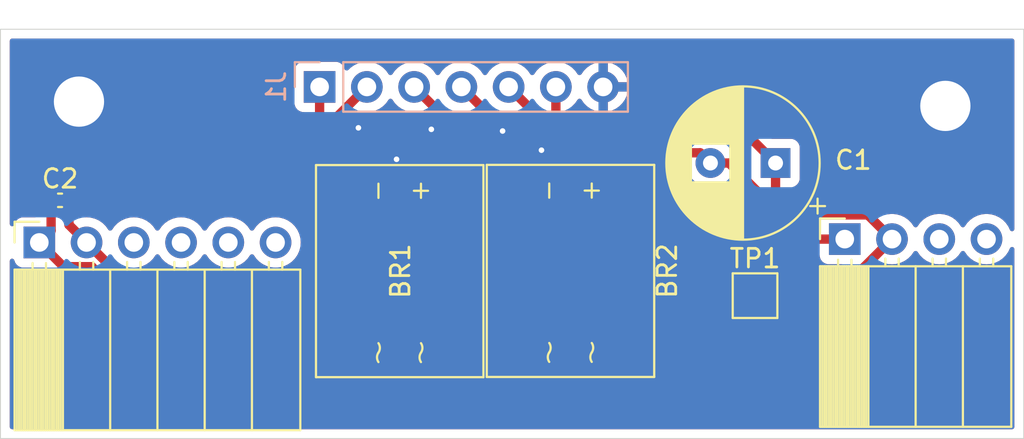
<source format=kicad_pcb>
(kicad_pcb (version 20240108) (generator "pcbnew") (generator_version "8.0")
  (layers (0 "F.Cu" signal) (31 "B.Cu" signal) (34 "B.Paste" user) (35 "F.Paste" user) (36 "B.SilkS" user "B.Silkscreen") (37 "F.SilkS" user "F.Silkscreen") (38 "B.Mask" user) (39 "F.Mask" user) (44 "Edge.Cuts" user))
  (net 0 "")
  (net 1 "/VC1")
  (net 2 "/VC2")
  (net 3 "Net-(BR1-1)")
  (net 4 "Net-(BR1-2)")
  (net 5 "/VC3")
  (net 6 "/VC4")
  (net 7 "/+VDC")
  (net 8 "/-VDC")
  (net 15 "GND")
  (footprint "PCM_Diode_SMD_AKL:Diode_Bridge_Vishay_DFS" (layer "F.Cu") (at 110.64 83.99 -90)
    (property "Reference" "BR2" (at 0 -5.2 90) (layer "F.SilkS"))
    (property "Value" "DF005S" (hide yes))
    (fp_line (start -5.7 4.5) (end 5.7 4.5) (stroke (width 0.12)) (layer "F.SilkS"))
    (fp_line (start 5.7 4.5) (end 5.7 -4.5) (stroke (width 0.12)) (layer "F.SilkS"))
    (fp_line (start -4.699 1.143) (end -3.937 1.143) (stroke (width 0.12)) (layer "F.SilkS"))
    (fp_line (start -4.699 -1.143) (end -3.937 -1.143) (stroke (width 0.12)) (layer "F.SilkS"))
    (fp_line (start -4.318 -1.524) (end -4.318 -0.762) (stroke (width 0.12)) (layer "F.SilkS"))
    (fp_line (start -5.7 -4.5) (end -5.7 4.5) (stroke (width 0.12)) (layer "F.SilkS"))
    (fp_line (start 5.7 -4.5) (end -5.7 -4.5) (stroke (width 0.12)) (layer "F.SilkS"))
    (fp_arc (start 3.873501 1.143001) (mid 4.1275 1.066096) (end 4.381499 1.143001) (stroke (width 0.12)) (layer "F.SilkS"))
    (fp_arc (start 4.8895 1.143) (mid 4.635501 1.219905) (end 4.381502 1.143) (stroke (width 0.12)) (layer "F.SilkS"))
    (fp_arc (start 3.873501 -1.142999) (mid 4.1275 -1.219904) (end 4.381499 -1.142999) (stroke (width 0.12)) (layer "F.SilkS"))
    (fp_arc (start 4.8895 -1.143) (mid 4.635501 -1.066095) (end 4.381502 -1.143) (stroke (width 0.12)) (layer "F.SilkS"))
    (pad "1" smd roundrect (at -4.37 -2.55 270) (size 2 1.5) (layers "F.Cu" "F.Paste" "F.Mask") (roundrect_rratio 0.1666666667) (net 5 "/VC3"))
    (pad "2" smd roundrect (at -4.37 2.55 270) (size 2 1.5) (layers "F.Cu" "F.Paste" "F.Mask") (roundrect_rratio 0.1666666667) (net 6 "/VC4"))
    (pad "3" smd roundrect (at 4.37 2.55 270) (size 2 1.5) (layers "F.Cu" "F.Paste" "F.Mask") (roundrect_rratio 0.1666666667) (net 3 "Net-(BR1-1)"))
    (pad "4" smd roundrect (at 4.37 -2.55 270) (size 2 1.5) (layers "F.Cu" "F.Paste" "F.Mask") (roundrect_rratio 0.1666666667) (net 4 "Net-(BR1-2)"))
  )
  (footprint "Capacitor_THT:CP_Radial_D8.0mm_P3.50mm" (layer "F.Cu") (at 121.662651 78.19 180)
    (property "Reference" "C1" (at -4.177349 0.16 0) (layer "F.SilkS"))
    (property "Value" "470uF_16V")
    (fp_line (start 5.831 -0.533) (end 5.831 0.533) (stroke (width 0.12)) (layer "F.SilkS"))
    (fp_line (start 5.791 -0.768) (end 5.791 0.768) (stroke (width 0.12)) (layer "F.SilkS"))
    (fp_line (start 5.751 -0.948) (end 5.751 0.948) (stroke (width 0.12)) (layer "F.SilkS"))
    (fp_line (start 5.711 -1.098) (end 5.711 1.098) (stroke (width 0.12)) (layer "F.SilkS"))
    (fp_line (start 5.671 -1.229) (end 5.671 1.229) (stroke (width 0.12)) (layer "F.SilkS"))
    (fp_line (start 5.631 -1.346) (end 5.631 1.346) (stroke (width 0.12)) (layer "F.SilkS"))
    (fp_line (start 5.591 -1.453) (end 5.591 1.453) (stroke (width 0.12)) (layer "F.SilkS"))
    (fp_line (start 5.551 -1.552) (end 5.551 1.552) (stroke (width 0.12)) (layer "F.SilkS"))
    (fp_line (start 5.511 -1.645) (end 5.511 1.645) (stroke (width 0.12)) (layer "F.SilkS"))
    (fp_line (start 5.471 -1.731) (end 5.471 1.731) (stroke (width 0.12)) (layer "F.SilkS"))
    (fp_line (start 5.431 -1.813) (end 5.431 1.813) (stroke (width 0.12)) (layer "F.SilkS"))
    (fp_line (start 5.391 -1.89) (end 5.391 1.89) (stroke (width 0.12)) (layer "F.SilkS"))
    (fp_line (start 5.351 -1.964) (end 5.351 1.964) (stroke (width 0.12)) (layer "F.SilkS"))
    (fp_line (start 5.311 -2.034) (end 5.311 2.034) (stroke (width 0.12)) (layer "F.SilkS"))
    (fp_line (start 5.271 -2.102) (end 5.271 2.102) (stroke (width 0.12)) (layer "F.SilkS"))
    (fp_line (start 5.231 -2.166) (end 5.231 2.166) (stroke (width 0.12)) (layer "F.SilkS"))
    (fp_line (start 5.191 -2.228) (end 5.191 2.228) (stroke (width 0.12)) (layer "F.SilkS"))
    (fp_line (start 5.151 -2.287) (end 5.151 2.287) (stroke (width 0.12)) (layer "F.SilkS"))
    (fp_line (start 5.111 -2.345) (end 5.111 2.345) (stroke (width 0.12)) (layer "F.SilkS"))
    (fp_line (start 5.071 -2.4) (end 5.071 2.4) (stroke (width 0.12)) (layer "F.SilkS"))
    (fp_line (start 5.031 -2.454) (end 5.031 2.454) (stroke (width 0.12)) (layer "F.SilkS"))
    (fp_line (start 4.991 -2.505) (end 4.991 2.505) (stroke (width 0.12)) (layer "F.SilkS"))
    (fp_line (start 4.951 -2.556) (end 4.951 2.556) (stroke (width 0.12)) (layer "F.SilkS"))
    (fp_line (start 4.911 -2.604) (end 4.911 2.604) (stroke (width 0.12)) (layer "F.SilkS"))
    (fp_line (start 4.871 -2.651) (end 4.871 2.651) (stroke (width 0.12)) (layer "F.SilkS"))
    (fp_line (start 4.831 -2.697) (end 4.831 2.697) (stroke (width 0.12)) (layer "F.SilkS"))
    (fp_line (start 4.791 -2.741) (end 4.791 2.741) (stroke (width 0.12)) (layer "F.SilkS"))
    (fp_line (start 4.751 -2.784) (end 4.751 2.784) (stroke (width 0.12)) (layer "F.SilkS"))
    (fp_line (start 4.711 -2.826) (end 4.711 2.826) (stroke (width 0.12)) (layer "F.SilkS"))
    (fp_line (start 4.671 -2.867) (end 4.671 2.867) (stroke (width 0.12)) (layer "F.SilkS"))
    (fp_line (start 4.631 -2.907) (end 4.631 2.907) (stroke (width 0.12)) (layer "F.SilkS"))
    (fp_line (start 4.591 -2.945) (end 4.591 2.945) (stroke (width 0.12)) (layer "F.SilkS"))
    (fp_line (start 4.551 -2.983) (end 4.551 2.983) (stroke (width 0.12)) (layer "F.SilkS"))
    (fp_line (start 4.511 1.04) (end 4.511 3.019) (stroke (width 0.12)) (layer "F.SilkS"))
    (fp_line (start 4.511 -3.019) (end 4.511 -1.04) (stroke (width 0.12)) (layer "F.SilkS"))
    (fp_line (start 4.471 1.04) (end 4.471 3.055) (stroke (width 0.12)) (layer "F.SilkS"))
    (fp_line (start 4.471 -3.055) (end 4.471 -1.04) (stroke (width 0.12)) (layer "F.SilkS"))
    (fp_line (start 4.431 1.04) (end 4.431 3.09) (stroke (width 0.12)) (layer "F.SilkS"))
    (fp_line (start 4.431 -3.09) (end 4.431 -1.04) (stroke (width 0.12)) (layer "F.SilkS"))
    (fp_line (start 4.391 1.04) (end 4.391 3.124) (stroke (width 0.12)) (layer "F.SilkS"))
    (fp_line (start 4.391 -3.124) (end 4.391 -1.04) (stroke (width 0.12)) (layer "F.SilkS"))
    (fp_line (start 4.351 1.04) (end 4.351 3.156) (stroke (width 0.12)) (layer "F.SilkS"))
    (fp_line (start 4.351 -3.156) (end 4.351 -1.04) (stroke (width 0.12)) (layer "F.SilkS"))
    (fp_line (start 4.311 1.04) (end 4.311 3.189) (stroke (width 0.12)) (layer "F.SilkS"))
    (fp_line (start 4.311 -3.189) (end 4.311 -1.04) (stroke (width 0.12)) (layer "F.SilkS"))
    (fp_line (start 4.271 1.04) (end 4.271 3.22) (stroke (width 0.12)) (layer "F.SilkS"))
    (fp_line (start 4.271 -3.22) (end 4.271 -1.04) (stroke (width 0.12)) (layer "F.SilkS"))
    (fp_line (start 4.231 1.04) (end 4.231 3.25) (stroke (width 0.12)) (layer "F.SilkS"))
    (fp_line (start 4.231 -3.25) (end 4.231 -1.04) (stroke (width 0.12)) (layer "F.SilkS"))
    (fp_line (start 4.191 1.04) (end 4.191 3.28) (stroke (width 0.12)) (layer "F.SilkS"))
    (fp_line (start 4.191 -3.28) (end 4.191 -1.04) (stroke (width 0.12)) (layer "F.SilkS"))
    (fp_line (start 4.151 1.04) (end 4.151 3.309) (stroke (width 0.12)) (layer "F.SilkS"))
    (fp_line (start 4.151 -3.309) (end 4.151 -1.04) (stroke (width 0.12)) (layer "F.SilkS"))
    (fp_line (start 4.111 1.04) (end 4.111 3.338) (stroke (width 0.12)) (layer "F.SilkS"))
    (fp_line (start 4.111 -3.338) (end 4.111 -1.04) (stroke (width 0.12)) (layer "F.SilkS"))
    (fp_line (start 4.071 1.04) (end 4.071 3.365) (stroke (width 0.12)) (layer "F.SilkS"))
    (fp_line (start 4.071 -3.365) (end 4.071 -1.04) (stroke (width 0.12)) (layer "F.SilkS"))
    (fp_line (start 4.031 1.04) (end 4.031 3.392) (stroke (width 0.12)) (layer "F.SilkS"))
    (fp_line (start 4.031 -3.392) (end 4.031 -1.04) (stroke (width 0.12)) (layer "F.SilkS"))
    (fp_line (start 3.991 1.04) (end 3.991 3.418) (stroke (width 0.12)) (layer "F.SilkS"))
    (fp_line (start 3.991 -3.418) (end 3.991 -1.04) (stroke (width 0.12)) (layer "F.SilkS"))
    (fp_line (start 3.951 1.04) (end 3.951 3.444) (stroke (width 0.12)) (layer "F.SilkS"))
    (fp_line (start 3.951 -3.444) (end 3.951 -1.04) (stroke (width 0.12)) (layer "F.SilkS"))
    (fp_line (start 3.911 1.04) (end 3.911 3.469) (stroke (width 0.12)) (layer "F.SilkS"))
    (fp_line (start 3.911 -3.469) (end 3.911 -1.04) (stroke (width 0.12)) (layer "F.SilkS"))
    (fp_line (start 3.871 1.04) (end 3.871 3.493) (stroke (width 0.12)) (layer "F.SilkS"))
    (fp_line (start 3.871 -3.493) (end 3.871 -1.04) (stroke (width 0.12)) (layer "F.SilkS"))
    (fp_line (start 3.831 1.04) (end 3.831 3.517) (stroke (width 0.12)) (layer "F.SilkS"))
    (fp_line (start 3.831 -3.517) (end 3.831 -1.04) (stroke (width 0.12)) (layer "F.SilkS"))
    (fp_line (start 3.791 1.04) (end 3.791 3.54) (stroke (width 0.12)) (layer "F.SilkS"))
    (fp_line (start 3.791 -3.54) (end 3.791 -1.04) (stroke (width 0.12)) (layer "F.SilkS"))
    (fp_line (start 3.751 1.04) (end 3.751 3.562) (stroke (width 0.12)) (layer "F.SilkS"))
    (fp_line (start 3.751 -3.562) (end 3.751 -1.04) (stroke (width 0.12)) (layer "F.SilkS"))
    (fp_line (start 3.711 1.04) (end 3.711 3.584) (stroke (width 0.12)) (layer "F.SilkS"))
    (fp_line (start 3.711 -3.584) (end 3.711 -1.04) (stroke (width 0.12)) (layer "F.SilkS"))
    (fp_line (start 3.671 1.04) (end 3.671 3.606) (stroke (width 0.12)) (layer "F.SilkS"))
    (fp_line (start 3.671 -3.606) (end 3.671 -1.04) (stroke (width 0.12)) (layer "F.SilkS"))
    (fp_line (start 3.631 1.04) (end 3.631 3.627) (stroke (width 0.12)) (layer "F.SilkS"))
    (fp_line (start 3.631 -3.627) (end 3.631 -1.04) (stroke (width 0.12)) (layer "F.SilkS"))
    (fp_line (start 3.591 1.04) (end 3.591 3.647) (stroke (width 0.12)) (layer "F.SilkS"))
    (fp_line (start 3.591 -3.647) (end 3.591 -1.04) (stroke (width 0.12)) (layer "F.SilkS"))
    (fp_line (start 3.551 1.04) (end 3.551 3.666) (stroke (width 0.12)) (layer "F.SilkS"))
    (fp_line (start 3.551 -3.666) (end 3.551 -1.04) (stroke (width 0.12)) (layer "F.SilkS"))
    (fp_line (start 3.511 1.04) (end 3.511 3.686) (stroke (width 0.12)) (layer "F.SilkS"))
    (fp_line (start 3.511 -3.686) (end 3.511 -1.04) (stroke (width 0.12)) (layer "F.SilkS"))
    (fp_line (start 3.471 1.04) (end 3.471 3.704) (stroke (width 0.12)) (layer "F.SilkS"))
    (fp_line (start 3.471 -3.704) (end 3.471 -1.04) (stroke (width 0.12)) (layer "F.SilkS"))
    (fp_line (start 3.431 1.04) (end 3.431 3.722) (stroke (width 0.12)) (layer "F.SilkS"))
    (fp_line (start 3.431 -3.722) (end 3.431 -1.04) (stroke (width 0.12)) (layer "F.SilkS"))
    (fp_line (start 3.391 1.04) (end 3.391 3.74) (stroke (width 0.12)) (layer "F.SilkS"))
    (fp_line (start 3.391 -3.74) (end 3.391 -1.04) (stroke (width 0.12)) (layer "F.SilkS"))
    (fp_line (start 3.351 1.04) (end 3.351 3.757) (stroke (width 0.12)) (layer "F.SilkS"))
    (fp_line (start 3.351 -3.757) (end 3.351 -1.04) (stroke (width 0.12)) (layer "F.SilkS"))
    (fp_line (start 3.311 1.04) (end 3.311 3.774) (stroke (width 0.12)) (layer "F.SilkS"))
    (fp_line (start 3.311 -3.774) (end 3.311 -1.04) (stroke (width 0.12)) (layer "F.SilkS"))
    (fp_line (start 3.271 1.04) (end 3.271 3.79) (stroke (width 0.12)) (layer "F.SilkS"))
    (fp_line (start 3.271 -3.79) (end 3.271 -1.04) (stroke (width 0.12)) (layer "F.SilkS"))
    (fp_line (start 3.231 1.04) (end 3.231 3.805) (stroke (width 0.12)) (layer "F.SilkS"))
    (fp_line (start 3.231 -3.805) (end 3.231 -1.04) (stroke (width 0.12)) (layer "F.SilkS"))
    (fp_line (start 3.191 1.04) (end 3.191 3.821) (stroke (width 0.12)) (layer "F.SilkS"))
    (fp_line (start 3.191 -3.821) (end 3.191 -1.04) (stroke (width 0.12)) (layer "F.SilkS"))
    (fp_line (start 3.151 1.04) (end 3.151 3.835) (stroke (width 0.12)) (layer "F.SilkS"))
    (fp_line (start 3.151 -3.835) (end 3.151 -1.04) (stroke (width 0.12)) (layer "F.SilkS"))
    (fp_line (start 3.111 1.04) (end 3.111 3.85) (stroke (width 0.12)) (layer "F.SilkS"))
    (fp_line (start 3.111 -3.85) (end 3.111 -1.04) (stroke (width 0.12)) (layer "F.SilkS"))
    (fp_line (start 3.071 1.04) (end 3.071 3.863) (stroke (width 0.12)) (layer "F.SilkS"))
    (fp_line (start 3.071 -3.863) (end 3.071 -1.04) (stroke (width 0.12)) (layer "F.SilkS"))
    (fp_line (start 3.031 1.04) (end 3.031 3.877) (stroke (width 0.12)) (layer "F.SilkS"))
    (fp_line (start 3.031 -3.877) (end 3.031 -1.04) (stroke (width 0.12)) (layer "F.SilkS"))
    (fp_line (start 2.991 1.04) (end 2.991 3.889) (stroke (width 0.12)) (layer "F.SilkS"))
    (fp_line (start 2.991 -3.889) (end 2.991 -1.04) (stroke (width 0.12)) (layer "F.SilkS"))
    (fp_line (start 2.951 1.04) (end 2.951 3.902) (stroke (width 0.12)) (layer "F.SilkS"))
    (fp_line (start 2.951 -3.902) (end 2.951 -1.04) (stroke (width 0.12)) (layer "F.SilkS"))
    (fp_line (start 2.911 1.04) (end 2.911 3.914) (stroke (width 0.12)) (layer "F.SilkS"))
    (fp_line (start 2.911 -3.914) (end 2.911 -1.04) (stroke (width 0.12)) (layer "F.SilkS"))
    (fp_line (start 2.871 1.04) (end 2.871 3.925) (stroke (width 0.12)) (layer "F.SilkS"))
    (fp_line (start 2.871 -3.925) (end 2.871 -1.04) (stroke (width 0.12)) (layer "F.SilkS"))
    (fp_line (start 2.831 1.04) (end 2.831 3.936) (stroke (width 0.12)) (layer "F.SilkS"))
    (fp_line (start 2.831 -3.936) (end 2.831 -1.04) (stroke (width 0.12)) (layer "F.SilkS"))
    (fp_line (start 2.791 1.04) (end 2.791 3.947) (stroke (width 0.12)) (layer "F.SilkS"))
    (fp_line (start 2.791 -3.947) (end 2.791 -1.04) (stroke (width 0.12)) (layer "F.SilkS"))
    (fp_line (start 2.751 1.04) (end 2.751 3.957) (stroke (width 0.12)) (layer "F.SilkS"))
    (fp_line (start 2.751 -3.957) (end 2.751 -1.04) (stroke (width 0.12)) (layer "F.SilkS"))
    (fp_line (start 2.711 1.04) (end 2.711 3.967) (stroke (width 0.12)) (layer "F.SilkS"))
    (fp_line (start 2.711 -3.967) (end 2.711 -1.04) (stroke (width 0.12)) (layer "F.SilkS"))
    (fp_line (start 2.671 1.04) (end 2.671 3.976) (stroke (width 0.12)) (layer "F.SilkS"))
    (fp_line (start 2.671 -3.976) (end 2.671 -1.04) (stroke (width 0.12)) (layer "F.SilkS"))
    (fp_line (start 2.631 1.04) (end 2.631 3.985) (stroke (width 0.12)) (layer "F.SilkS"))
    (fp_line (start 2.631 -3.985) (end 2.631 -1.04) (stroke (width 0.12)) (layer "F.SilkS"))
    (fp_line (start 2.591 1.04) (end 2.591 3.994) (stroke (width 0.12)) (layer "F.SilkS"))
    (fp_line (start 2.591 -3.994) (end 2.591 -1.04) (stroke (width 0.12)) (layer "F.SilkS"))
    (fp_line (start 2.551 1.04) (end 2.551 4.002) (stroke (width 0.12)) (layer "F.SilkS"))
    (fp_line (start 2.551 -4.002) (end 2.551 -1.04) (stroke (width 0.12)) (layer "F.SilkS"))
    (fp_line (start 2.511 1.04) (end 2.511 4.01) (stroke (width 0.12)) (layer "F.SilkS"))
    (fp_line (start 2.511 -4.01) (end 2.511 -1.04) (stroke (width 0.12)) (layer "F.SilkS"))
    (fp_line (start 2.471 1.04) (end 2.471 4.017) (stroke (width 0.12)) (layer "F.SilkS"))
    (fp_line (start 2.471 -4.017) (end 2.471 -1.04) (stroke (width 0.12)) (layer "F.SilkS"))
    (fp_line (start 2.43 -4.024) (end 2.43 4.024) (stroke (width 0.12)) (layer "F.SilkS"))
    (fp_line (start 2.39 -4.03) (end 2.39 4.03) (stroke (width 0.12)) (layer "F.SilkS"))
    (fp_line (start 2.35 -4.037) (end 2.35 4.037) (stroke (width 0.12)) (layer "F.SilkS"))
    (fp_line (start 2.31 -4.042) (end 2.31 4.042) (stroke (width 0.12)) (layer "F.SilkS"))
    (fp_line (start 2.27 -4.048) (end 2.27 4.048) (stroke (width 0.12)) (layer "F.SilkS"))
    (fp_line (start 2.23 -4.052) (end 2.23 4.052) (stroke (width 0.12)) (layer "F.SilkS"))
    (fp_line (start 2.19 -4.057) (end 2.19 4.057) (stroke (width 0.12)) (layer "F.SilkS"))
    (fp_line (start 2.15 -4.061) (end 2.15 4.061) (stroke (width 0.12)) (layer "F.SilkS"))
    (fp_line (start 2.11 -4.065) (end 2.11 4.065) (stroke (width 0.12)) (layer "F.SilkS"))
    (fp_line (start 2.07 -4.068) (end 2.07 4.068) (stroke (width 0.12)) (layer "F.SilkS"))
    (fp_line (start 2.03 -4.071) (end 2.03 4.071) (stroke (width 0.12)) (layer "F.SilkS"))
    (fp_line (start 1.99 -4.074) (end 1.99 4.074) (stroke (width 0.12)) (layer "F.SilkS"))
    (fp_line (start 1.95 -4.076) (end 1.95 4.076) (stroke (width 0.12)) (layer "F.SilkS"))
    (fp_line (start 1.91 -4.077) (end 1.91 4.077) (stroke (width 0.12)) (layer "F.SilkS"))
    (fp_line (start 1.87 -4.079) (end 1.87 4.079) (stroke (width 0.12)) (layer "F.SilkS"))
    (fp_line (start 1.83 -4.08) (end 1.83 4.08) (stroke (width 0.12)) (layer "F.SilkS"))
    (fp_line (start 1.79 -4.08) (end 1.79 4.08) (stroke (width 0.12)) (layer "F.SilkS"))
    (fp_line (start 1.75 -4.08) (end 1.75 4.08) (stroke (width 0.12)) (layer "F.SilkS"))
    (fp_line (start -2.259698 -2.715) (end -2.259698 -1.915) (stroke (width 0.12)) (layer "F.SilkS"))
    (fp_line (start -2.659698 -2.315) (end -1.859698 -2.315) (stroke (width 0.12)) (layer "F.SilkS"))
    (fp_circle (center 1.75 0) (end 5.87 0) (stroke (width 0.12)) (fill none) (layer "F.SilkS"))
    (pad "1" thru_hole rect (at 0 0 180) (size 1.6 1.6) (drill 0.8) (layers "*.Cu" "*.Mask") (net 7 "/+VDC"))
    (pad "2" thru_hole circle (at 3.5 0 180) (size 1.6 1.6) (drill 0.8) (layers "*.Cu" "*.Mask") (net 8 "/-VDC"))
  )
  (footprint "PCM_Diode_SMD_AKL:Diode_Bridge_Vishay_DFS" (layer "F.Cu") (at 101.46 84 -90)
    (property "Reference" "BR1" (at 0 -0.04 90) (layer "F.SilkS"))
    (property "Value" "DF005S" (hide yes))
    (fp_line (start -5.7 4.5) (end 5.7 4.5) (stroke (width 0.12)) (layer "F.SilkS"))
    (fp_line (start 5.7 4.5) (end 5.7 -4.5) (stroke (width 0.12)) (layer "F.SilkS"))
    (fp_line (start -4.699 1.143) (end -3.937 1.143) (stroke (width 0.12)) (layer "F.SilkS"))
    (fp_line (start -4.699 -1.143) (end -3.937 -1.143) (stroke (width 0.12)) (layer "F.SilkS"))
    (fp_line (start -4.318 -1.524) (end -4.318 -0.762) (stroke (width 0.12)) (layer "F.SilkS"))
    (fp_line (start -5.7 -4.5) (end -5.7 4.5) (stroke (width 0.12)) (layer "F.SilkS"))
    (fp_line (start 5.7 -4.5) (end -5.7 -4.5) (stroke (width 0.12)) (layer "F.SilkS"))
    (fp_arc (start 3.873501 1.143001) (mid 4.1275 1.066096) (end 4.381499 1.143001) (stroke (width 0.12)) (layer "F.SilkS"))
    (fp_arc (start 4.8895 1.143) (mid 4.635501 1.219905) (end 4.381502 1.143) (stroke (width 0.12)) (layer "F.SilkS"))
    (fp_arc (start 3.873501 -1.142999) (mid 4.1275 -1.219904) (end 4.381499 -1.142999) (stroke (width 0.12)) (layer "F.SilkS"))
    (fp_arc (start 4.8895 -1.143) (mid 4.635501 -1.066095) (end 4.381502 -1.143) (stroke (width 0.12)) (layer "F.SilkS"))
    (pad "1" smd roundrect (at -4.37 -2.55 270) (size 2 1.5) (layers "F.Cu" "F.Paste" "F.Mask") (roundrect_rratio 0.1666666667) (net 1 "/VC1"))
    (pad "2" smd roundrect (at -4.37 2.55 270) (size 2 1.5) (layers "F.Cu" "F.Paste" "F.Mask") (roundrect_rratio 0.1666666667) (net 2 "/VC2"))
    (pad "3" smd roundrect (at 4.37 2.55 270) (size 2 1.5) (layers "F.Cu" "F.Paste" "F.Mask") (roundrect_rratio 0.1666666667) (net 3 "Net-(BR1-1)"))
    (pad "4" smd roundrect (at 4.37 -2.55 270) (size 2 1.5) (layers "F.Cu" "F.Paste" "F.Mask") (roundrect_rratio 0.1666666667) (net 4 "Net-(BR1-2)"))
  )
  (footprint "POE:AG5405" (layer "F.Cu") (at 111.7625 81.39)
    (property "Reference" "U1" (hide yes))
    (property "Value" "Silvertel AG5405 Connector")
    (fp_line (start -31.005 -0.04) (end -29.675 -0.04) (stroke (width 0.12)) (layer "F.SilkS"))
    (fp_line (start -31.005 1.07) (end -31.005 -0.04) (stroke (width 0.12)) (layer "F.SilkS"))
    (fp_line (start -31.005 2.53) (end -15.645 2.53) (stroke (width 0.12)) (layer "F.SilkS"))
    (fp_line (start -31.005 11.16) (end -31.005 2.53) (stroke (width 0.12)) (layer "F.SilkS"))
    (fp_line (start -31.005 11.16) (end -15.645 11.16) (stroke (width 0.12)) (layer "F.SilkS"))
    (fp_line (start -30.885 11.16) (end -30.885 2.53) (stroke (width 0.12)) (layer "F.SilkS"))
    (fp_line (start -30.766905 11.16) (end -30.766905 2.53) (stroke (width 0.12)) (layer "F.SilkS"))
    (fp_line (start -30.64881 11.16) (end -30.64881 2.53) (stroke (width 0.12)) (layer "F.SilkS"))
    (fp_line (start -30.530715 11.16) (end -30.530715 2.53) (stroke (width 0.12)) (layer "F.SilkS"))
    (fp_line (start -30.41262 11.16) (end -30.41262 2.53) (stroke (width 0.12)) (layer "F.SilkS"))
    (fp_line (start -30.294525 11.16) (end -30.294525 2.53) (stroke (width 0.12)) (layer "F.SilkS"))
    (fp_line (start -30.17643 11.16) (end -30.17643 2.53) (stroke (width 0.12)) (layer "F.SilkS"))
    (fp_line (start -30.058335 11.16) (end -30.058335 2.53) (stroke (width 0.12)) (layer "F.SilkS"))
    (fp_line (start -30.035 2.53) (end -30.035 2.18) (stroke (width 0.12)) (layer "F.SilkS"))
    (fp_line (start -29.94024 11.16) (end -29.94024 2.53) (stroke (width 0.12)) (layer "F.SilkS"))
    (fp_line (start -29.822145 11.16) (end -29.822145 2.53) (stroke (width 0.12)) (layer "F.SilkS"))
    (fp_line (start -29.70405 11.16) (end -29.70405 2.53) (stroke (width 0.12)) (layer "F.SilkS"))
    (fp_line (start -29.585955 11.16) (end -29.585955 2.53) (stroke (width 0.12)) (layer "F.SilkS"))
    (fp_line (start -29.46786 11.16) (end -29.46786 2.53) (stroke (width 0.12)) (layer "F.SilkS"))
    (fp_line (start -29.349765 11.16) (end -29.349765 2.53) (stroke (width 0.12)) (layer "F.SilkS"))
    (fp_line (start -29.315 2.53) (end -29.315 2.18) (stroke (width 0.12)) (layer "F.SilkS"))
    (fp_line (start -29.23167 11.16) (end -29.23167 2.53) (stroke (width 0.12)) (layer "F.SilkS"))
    (fp_line (start -29.113575 11.16) (end -29.113575 2.53) (stroke (width 0.12)) (layer "F.SilkS"))
    (fp_line (start -28.99548 11.16) (end -28.99548 2.53) (stroke (width 0.12)) (layer "F.SilkS"))
    (fp_line (start -28.877385 11.16) (end -28.877385 2.53) (stroke (width 0.12)) (layer "F.SilkS"))
    (fp_line (start -28.75929 11.16) (end -28.75929 2.53) (stroke (width 0.12)) (layer "F.SilkS"))
    (fp_line (start -28.641195 11.16) (end -28.641195 2.53) (stroke (width 0.12)) (layer "F.SilkS"))
    (fp_line (start -28.5231 11.16) (end -28.5231 2.53) (stroke (width 0.12)) (layer "F.SilkS"))
    (fp_line (start -28.405 11.16) (end -28.405 2.53) (stroke (width 0.12)) (layer "F.SilkS"))
    (fp_line (start -27.495 2.53) (end -27.495 2.12) (stroke (width 0.12)) (layer "F.SilkS"))
    (fp_line (start -26.775 2.53) (end -26.775 2.12) (stroke (width 0.12)) (layer "F.SilkS"))
    (fp_line (start -25.865 11.16) (end -25.865 2.53) (stroke (width 0.12)) (layer "F.SilkS"))
    (fp_line (start -24.955 2.53) (end -24.955 2.12) (stroke (width 0.12)) (layer "F.SilkS"))
    (fp_line (start -24.235 2.53) (end -24.235 2.12) (stroke (width 0.12)) (layer "F.SilkS"))
    (fp_line (start -23.325 11.16) (end -23.325 2.53) (stroke (width 0.12)) (layer "F.SilkS"))
    (fp_line (start -22.415 2.53) (end -22.415 2.12) (stroke (width 0.12)) (layer "F.SilkS"))
    (fp_line (start -21.695 2.53) (end -21.695 2.12) (stroke (width 0.12)) (layer "F.SilkS"))
    (fp_line (start -20.785 11.16) (end -20.785 2.53) (stroke (width 0.12)) (layer "F.SilkS"))
    (fp_line (start -19.875 2.53) (end -19.875 2.12) (stroke (width 0.12)) (layer "F.SilkS"))
    (fp_line (start -19.155 2.53) (end -19.155 2.12) (stroke (width 0.12)) (layer "F.SilkS"))
    (fp_line (start -18.245 11.16) (end -18.245 2.53) (stroke (width 0.12)) (layer "F.SilkS"))
    (fp_line (start -17.335 2.53) (end -17.335 2.12) (stroke (width 0.12)) (layer "F.SilkS"))
    (fp_line (start -16.615 2.53) (end -16.615 2.12) (stroke (width 0.12)) (layer "F.SilkS"))
    (fp_line (start -15.645 11.16) (end -15.645 2.53) (stroke (width 0.12)) (layer "F.SilkS"))
    (fp_line (start 12.29 -0.22) (end 13.62 -0.22) (stroke (width 0.12)) (layer "F.SilkS"))
    (fp_line (start 12.29 0.89) (end 12.29 -0.22) (stroke (width 0.12)) (layer "F.SilkS"))
    (fp_line (start 12.29 2.35) (end 22.57 2.35) (stroke (width 0.12)) (layer "F.SilkS"))
    (fp_line (start 12.29 10.98) (end 12.29 2.35) (stroke (width 0.12)) (layer "F.SilkS"))
    (fp_line (start 12.29 10.98) (end 22.57 10.98) (stroke (width 0.12)) (layer "F.SilkS"))
    (fp_line (start 12.41 10.98) (end 12.41 2.35) (stroke (width 0.12)) (layer "F.SilkS"))
    (fp_line (start 12.528095 10.98) (end 12.528095 2.35) (stroke (width 0.12)) (layer "F.SilkS"))
    (fp_line (start 12.64619 10.98) (end 12.64619 2.35) (stroke (width 0.12)) (layer "F.SilkS"))
    (fp_line (start 12.764285 10.98) (end 12.764285 2.35) (stroke (width 0.12)) (layer "F.SilkS"))
    (fp_line (start 12.88238 10.98) (end 12.88238 2.35) (stroke (width 0.12)) (layer "F.SilkS"))
    (fp_line (start 13.000475 10.98) (end 13.000475 2.35) (stroke (width 0.12)) (layer "F.SilkS"))
    (fp_line (start 13.11857 10.98) (end 13.11857 2.35) (stroke (width 0.12)) (layer "F.SilkS"))
    (fp_line (start 13.236665 10.98) (end 13.236665 2.35) (stroke (width 0.12)) (layer "F.SilkS"))
    (fp_line (start 13.26 2.35) (end 13.26 2) (stroke (width 0.12)) (layer "F.SilkS"))
    (fp_line (start 13.35476 10.98) (end 13.35476 2.35) (stroke (width 0.12)) (layer "F.SilkS"))
    (fp_line (start 13.472855 10.98) (end 13.472855 2.35) (stroke (width 0.12)) (layer "F.SilkS"))
    (fp_line (start 13.59095 10.98) (end 13.59095 2.35) (stroke (width 0.12)) (layer "F.SilkS"))
    (fp_line (start 13.709045 10.98) (end 13.709045 2.35) (stroke (width 0.12)) (layer "F.SilkS"))
    (fp_line (start 13.82714 10.98) (end 13.82714 2.35) (stroke (width 0.12)) (layer "F.SilkS"))
    (fp_line (start 13.945235 10.98) (end 13.945235 2.35) (stroke (width 0.12)) (layer "F.SilkS"))
    (fp_line (start 13.98 2.35) (end 13.98 2) (stroke (width 0.12)) (layer "F.SilkS"))
    (fp_line (start 14.06333 10.98) (end 14.06333 2.35) (stroke (width 0.12)) (layer "F.SilkS"))
    (fp_line (start 14.181425 10.98) (end 14.181425 2.35) (stroke (width 0.12)) (layer "F.SilkS"))
    (fp_line (start 14.29952 10.98) (end 14.29952 2.35) (stroke (width 0.12)) (layer "F.SilkS"))
    (fp_line (start 14.417615 10.98) (end 14.417615 2.35) (stroke (width 0.12)) (layer "F.SilkS"))
    (fp_line (start 14.53571 10.98) (end 14.53571 2.35) (stroke (width 0.12)) (layer "F.SilkS"))
    (fp_line (start 14.653805 10.98) (end 14.653805 2.35) (stroke (width 0.12)) (layer "F.SilkS"))
    (fp_line (start 14.7719 10.98) (end 14.7719 2.35) (stroke (width 0.12)) (layer "F.SilkS"))
    (fp_line (start 14.89 10.98) (end 14.89 2.35) (stroke (width 0.12)) (layer "F.SilkS"))
    (fp_line (start 15.8 2.35) (end 15.8 1.94) (stroke (width 0.12)) (layer "F.SilkS"))
    (fp_line (start 16.52 2.35) (end 16.52 1.94) (stroke (width 0.12)) (layer "F.SilkS"))
    (fp_line (start 17.43 10.98) (end 17.43 2.35) (stroke (width 0.12)) (layer "F.SilkS"))
    (fp_line (start 18.34 2.35) (end 18.34 1.94) (stroke (width 0.12)) (layer "F.SilkS"))
    (fp_line (start 19.06 2.35) (end 19.06 1.94) (stroke (width 0.12)) (layer "F.SilkS"))
    (fp_line (start 19.97 10.98) (end 19.97 2.35) (stroke (width 0.12)) (layer "F.SilkS"))
    (fp_line (start 20.88 2.35) (end 20.88 1.94) (stroke (width 0.12)) (layer "F.SilkS"))
    (fp_line (start 21.6 2.35) (end 21.6 1.94) (stroke (width 0.12)) (layer "F.SilkS"))
    (fp_line (start 22.57 10.98) (end 22.57 2.35) (stroke (width 0.12)) (layer "F.SilkS"))
    (pad "1" thru_hole rect (at -29.675 1.07 90) (size 1.7 1.7) (drill 1) (layers "*.Cu" "*.Mask") (net 4 "Net-(BR1-2)"))
    (pad "2" thru_hole oval (at -27.135 1.07 90) (size 1.7 1.7) (drill 1) (layers "*.Cu" "*.Mask") (net 3 "Net-(BR1-1)"))
    (pad "3" thru_hole oval (at -24.595 1.07 90) (size 1.7 1.7) (drill 1) (layers "*.Cu" "*.Mask"))
    (pad "4" thru_hole oval (at -22.055 1.07 90) (size 1.7 1.7) (drill 1) (layers "*.Cu" "*.Mask"))
    (pad "5" thru_hole oval (at -19.515 1.07 90) (size 1.7 1.7) (drill 1) (layers "*.Cu" "*.Mask"))
    (pad "6" thru_hole oval (at -16.975 1.07 90) (size 1.7 1.7) (drill 1) (layers "*.Cu" "*.Mask"))
    (pad "7" thru_hole rect (at 13.62 0.89 90) (size 1.7 1.7) (drill 1) (layers "*.Cu" "*.Mask") (net 8 "/-VDC"))
    (pad "8" thru_hole oval (at 16.16 0.89 90) (size 1.7 1.7) (drill 1) (layers "*.Cu" "*.Mask") (net 7 "/+VDC"))
    (pad "9" thru_hole oval (at 18.7 0.89 90) (size 1.7 1.7) (drill 1) (layers "*.Cu" "*.Mask"))
    (pad "10" thru_hole oval (at 21.24 0.89 90) (size 1.7 1.7) (drill 1) (layers "*.Cu" "*.Mask"))
  )
  (footprint "" (layer "F.Cu") (at 84.22 74.89)
    (property "Reference" "" (at 0 0 0) (layer "F.SilkS") (effects (font (size 1.27 1.27))))
    (property "Value" "")
    (pad "" np_thru_hole circle (at 0 0 90) (size 2.7 2.7) (drill 2.7) (layers "F&B.Cu" "*.Mask") (clearance 1.7))
  )
  (footprint "Capacitor_SMD:C_0402_1005Metric" (layer "F.Cu") (at 83.2025 80.195)
    (property "Reference" "C2" (at 0 -1.16 0) (layer "F.SilkS"))
    (property "Value" "10nF")
    (fp_line (start -0.107836 -0.36) (end 0.107836 -0.36) (stroke (width 0.12)) (layer "F.SilkS"))
    (fp_line (start -0.107836 0.36) (end 0.107836 0.36) (stroke (width 0.12)) (layer "F.SilkS"))
    (pad "1" smd roundrect (at -0.48 0) (size 0.56 0.62) (layers "F.Cu" "F.Paste" "F.Mask") (net 4 "Net-(BR1-2)"))
    (pad "2" smd roundrect (at 0.48 0) (size 0.56 0.62) (layers "F.Cu" "F.Paste" "F.Mask") (net 3 "Net-(BR1-1)"))
  )
  (footprint "TestPoint:TestPoint_Pad_2.0x2.0mm" (layer "F.Cu") (at 120.56 85.32)
    (property "Reference" "TP1" (at 0 -1.998 0) (layer "F.SilkS"))
    (property "Value" "TestPoint")
    (fp_line (start -1.2 -1.2) (end 1.2 -1.2) (stroke (width 0.12)) (layer "F.SilkS"))
    (fp_line (start -1.2 1.2) (end -1.2 -1.2) (stroke (width 0.12)) (layer "F.SilkS"))
    (fp_line (start 1.2 -1.2) (end 1.2 1.2) (stroke (width 0.12)) (layer "F.SilkS"))
    (fp_line (start 1.2 1.2) (end -1.2 1.2) (stroke (width 0.12)) (layer "F.SilkS"))
    (pad "1" smd rect (at 0 0) (size 2 2) (layers "F.Cu" "F.Mask") (net 7 "/+VDC"))
  )
  (footprint "" (layer "F.Cu") (at 130.79 75.12)
    (property "Reference" "" (at 0 0 0) (layer "F.SilkS") (effects (font (size 1.27 1.27))))
    (property "Value" "")
    (pad "" np_thru_hole circle (at 0 0 90) (size 2.7 2.7) (drill 2.7) (layers "F&B.Cu" "*.Mask") (clearance 1.7))
  )
  (footprint "Connector_PinHeader_2.54mm:PinHeader_1x07_P2.54mm_Vertical" (layer "B.Cu") (at 97.155 74.1 -90)
    (property "Reference" "J1" (at 0 2.33 90) (layer "B.SilkS") (effects (justify mirror)))
    (property "Value" "Conn_01x07")
    (fp_line (start -1.33 1.33) (end -1.33 0) (stroke (width 0.12)) (layer "B.SilkS"))
    (fp_line (start 0 1.33) (end -1.33 1.33) (stroke (width 0.12)) (layer "B.SilkS"))
    (fp_line (start 1.33 -1.27) (end -1.33 -1.27) (stroke (width 0.12)) (layer "B.SilkS"))
    (fp_line (start -1.33 -16.57) (end -1.33 -1.27) (stroke (width 0.12)) (layer "B.SilkS"))
    (fp_line (start 1.33 -16.57) (end 1.33 -1.27) (stroke (width 0.12)) (layer "B.SilkS"))
    (fp_line (start 1.33 -16.57) (end -1.33 -16.57) (stroke (width 0.12)) (layer "B.SilkS"))
    (pad "1" thru_hole rect (at 0 0 270) (size 1.7 1.7) (drill 1) (layers "*.Cu" "*.Mask") (net 1 "/VC1"))
    (pad "2" thru_hole oval (at 0 -2.54 270) (size 1.7 1.7) (drill 1) (layers "*.Cu" "*.Mask") (net 2 "/VC2"))
    (pad "3" thru_hole oval (at 0 -5.08 270) (size 1.7 1.7) (drill 1) (layers "*.Cu" "*.Mask") (net 5 "/VC3"))
    (pad "4" thru_hole oval (at 0 -7.62 270) (size 1.7 1.7) (drill 1) (layers "*.Cu" "*.Mask") (net 6 "/VC4"))
    (pad "5" thru_hole oval (at 0 -10.16 270) (size 1.7 1.7) (drill 1) (layers "*.Cu" "*.Mask") (net 8 "/-VDC"))
    (pad "6" thru_hole oval (at 0 -12.7 270) (size 1.7 1.7) (drill 1) (layers "*.Cu" "*.Mask") (net 7 "/+VDC"))
    (pad "7" thru_hole oval (at 0 -15.24 270) (size 1.7 1.7) (drill 1) (layers "*.Cu" "*.Mask") (net 15 "GND"))
  )
  (gr_rect (start 80 71) (end 135 93) (stroke (width 0.05)) (fill none) (layer "Edge.Cuts"))
  (segment (start 104.01 79.63) (end 102.56 81.08) (width 0.5) (layer "F.Cu") (net 1))
  (segment (start 97.155 80.255) (end 97.155 74.1) (width 0.5) (layer "F.Cu") (net 1))
  (segment (start 102.56 81.08) (end 97.98 81.08) (width 0.5) (layer "F.Cu") (net 1))
  (segment (start 97.98 81.08) (end 97.155 80.255) (width 0.5) (layer "F.Cu") (net 1))
  (segment (start 97.86 78.58) (end 97.86 75.935) (width 0.5) (layer "F.Cu") (net 2))
  (segment (start 97.86 75.935) (end 99.695 74.1) (width 0.5) (layer "F.Cu") (net 2))
  (segment (start 98.91 79.63) (end 97.86 78.58) (width 0.5) (layer "F.Cu") (net 2))
  (segment (start 83.6825 81.515) (end 84.6275 82.46) (width 0.5) (layer "F.Cu") (net 3))
  (segment (start 106.57 86.92) (end 102.57 86.92) (width 0.5) (layer "F.Cu") (net 3))
  (segment (start 83.6825 80.195) (end 83.6825 81.515) (width 0.5) (layer "F.Cu") (net 3))
  (segment (start 101.12 88.37) (end 98.91 88.37) (width 0.5) (layer "F.Cu") (net 3))
  (segment (start 98.91 88.37) (end 98.16 89.12) (width 0.5) (layer "F.Cu") (net 3))
  (segment (start 102.57 86.92) (end 101.12 88.37) (width 0.5) (layer "F.Cu") (net 3))
  (segment (start 108.02 88.37) (end 106.57 86.92) (width 0.5) (layer "F.Cu") (net 3))
  (segment (start 98.16 89.12) (end 91.2875 89.12) (width 0.5) (layer "F.Cu") (net 3))
  (segment (start 91.2875 89.12) (end 84.6275 82.46) (width 0.5) (layer "F.Cu") (net 3))
  (segment (start 82.7225 80.195) (end 82.7225 81.825) (width 0.5) (layer "F.Cu") (net 4))
  (segment (start 113.12 88.37) (end 111.67 89.82) (width 0.5) (layer "F.Cu") (net 4))
  (segment (start 105.48 88.37) (end 104.01 88.37) (width 0.5) (layer "F.Cu") (net 4))
  (segment (start 82.7225 81.825) (end 82.0875 82.46) (width 0.5) (layer "F.Cu") (net 4))
  (segment (start 84.91 83.76) (end 83.3875 83.76) (width 0.5) (layer "F.Cu") (net 4))
  (segment (start 83.3875 83.76) (end 82.0875 82.46) (width 0.5) (layer "F.Cu") (net 4))
  (segment (start 106.93 89.82) (end 105.48 88.37) (width 0.5) (layer "F.Cu") (net 4))
  (segment (start 90.97 89.82) (end 84.91 83.76) (width 0.5) (layer "F.Cu") (net 4))
  (segment (start 104.01 88.37) (end 102.56 89.82) (width 0.5) (layer "F.Cu") (net 4))
  (segment (start 102.56 89.82) (end 90.97 89.82) (width 0.5) (layer "F.Cu") (net 4))
  (segment (start 111.67 89.82) (end 106.93 89.82) (width 0.5) (layer "F.Cu") (net 4))
  (segment (start 111.67 81.08) (end 107.223122 81.08) (width 0.5) (layer "F.Cu") (net 5))
  (segment (start 105.21 77.075) (end 102.235 74.1) (width 0.5) (layer "F.Cu") (net 5))
  (segment (start 113.12 79.63) (end 111.67 81.08) (width 0.5) (layer "F.Cu") (net 5))
  (segment (start 105.21 79.066878) (end 105.21 77.075) (width 0.5) (layer "F.Cu") (net 5))
  (segment (start 107.223122 81.08) (end 105.21 79.066878) (width 0.5) (layer "F.Cu") (net 5))
  (segment (start 108.02 79.63) (end 106.763072 79.63) (width 0.5) (layer "F.Cu") (net 6))
  (segment (start 105.91 78.776928) (end 105.91 75.235) (width 0.5) (layer "F.Cu") (net 6))
  (segment (start 106.763072 79.63) (end 105.91 78.776928) (width 0.5) (layer "F.Cu") (net 6))
  (segment (start 105.91 75.235) (end 104.775 74.1) (width 0.5) (layer "F.Cu") (net 6))
  (segment (start 126.6225 80.98) (end 127.9225 82.28) (width 0.5) (layer "F.Cu") (net 7))
  (segment (start 121.662651 78.19) (end 121.662651 79.702651) (width 0.5) (layer "F.Cu") (net 7))
  (segment (start 127.9225 82.28) (end 124.8825 85.32) (width 0.5) (layer "F.Cu") (net 7))
  (segment (start 124.8825 85.32) (end 120.56 85.32) (width 0.5) (layer "F.Cu") (net 7))
  (segment (start 111.3 76.94) (end 109.855 75.495) (width 0.5) (layer "F.Cu") (net 7))
  (segment (start 121.662651 79.702651) (end 122.94 80.98) (width 0.5) (layer "F.Cu") (net 7))
  (segment (start 121.662651 78.19) (end 120.412651 76.94) (width 0.5) (layer "F.Cu") (net 7))
  (segment (start 120.412651 76.94) (end 111.3 76.94) (width 0.5) (layer "F.Cu") (net 7))
  (segment (start 109.855 75.495) (end 109.855 74.1) (width 0.5) (layer "F.Cu") (net 7))
  (segment (start 122.94 80.98) (end 126.6225 80.98) (width 0.5) (layer "F.Cu") (net 7))
  (segment (start 123.25005 82.28) (end 119.16005 78.19) (width 0.5) (layer "F.Cu") (net 8))
  (segment (start 110.855 77.64) (end 107.315 74.1) (width 0.5) (layer "F.Cu") (net 8))
  (segment (start 125.3825 82.28) (end 123.25005 82.28) (width 0.5) (layer "F.Cu") (net 8))
  (segment (start 119.16005 78.19) (end 118.162651 78.19) (width 0.5) (layer "F.Cu") (net 8))
  (segment (start 117.612651 77.64) (end 110.855 77.64) (width 0.5) (layer "F.Cu") (net 8))
  (segment (start 118.162651 78.19) (end 117.612651 77.64) (width 0.5) (layer "F.Cu") (net 8))
  (via (at 99.24 76.3) (size 0.6) (drill 0.3) (layers "F.Cu" "B.Cu") (net 15))
  (via (at 109.08 77.5) (size 0.6) (drill 0.3) (layers "F.Cu" "B.Cu") (net 15))
  (via (at 106.99 76.47) (size 0.6) (drill 0.3) (layers "F.Cu" "B.Cu") (net 15))
  (via (at 103.16 76.38) (size 0.6) (drill 0.3) (layers "F.Cu" "B.Cu") (net 15))
  (via (at 101.29 77.99) (size 0.6) (drill 0.3) (layers "F.Cu" "B.Cu") (net 15))
  (zone (net 15) (net_name "GND") (layers "F&B.Cu") (connect_pads (clearance 0.5)) (min_thickness 0.25) (fill yes (thermal_gap 0.5) (thermal_bridge_width 0.5))
    (polygon (pts (xy 80 71) (xy 135 71) (xy 135 93) (xy 80 93)))
  )
)
</source>
